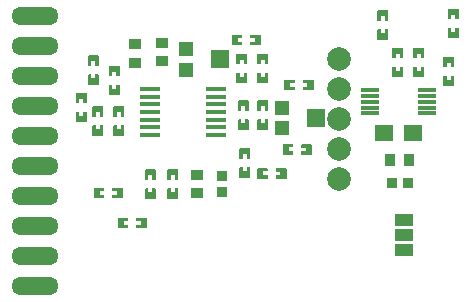
<source format=gbp>
G04 Layer: BottomPasteMaskLayer*
G04 EasyEDA v6.5.47, 2024-10-12 17:14:22*
G04 719fd9fe6d86445c93735ca12bf21bf7,a18d025d90d848418757c69f2d6d6cc0,10*
G04 Gerber Generator version 0.2*
G04 Scale: 100 percent, Rotated: No, Reflected: No *
G04 Dimensions in millimeters *
G04 leading zeros omitted , absolute positions ,4 integer and 5 decimal *
%FSLAX45Y45*%
%MOMM*%

%AMMACRO1*21,1,$1,$2,0,0,$3*%
%ADD10C,2.0015*%
%ADD11MACRO1,1X1.5X90.0000*%
%ADD12MACRO1,0.8128X1.0922X90.0000*%
%ADD13MACRO1,1.2X1.2X90.0000*%
%ADD14MACRO1,1.6X1.5X90.0000*%
%ADD15MACRO1,0.8128X1.0922X-90.0000*%
%ADD16MACRO1,0.4X1.7X90.0000*%
%ADD17MACRO1,0.8X0.9X-90.0000*%
%ADD18MACRO1,1.5X1.3589X0.0000*%
%ADD19MACRO1,0.8128X1.0922X0.0000*%
%ADD20MACRO1,0.8X0.9X0.0000*%
%ADD21MACRO1,1.5X0.3048X0.0000*%
%ADD22O,3.9999919999999998X1.499997*%
%ADD23O,0.0126X1.499997*%

%LPD*%
G36*
X3744620Y-529793D02*
G01*
X3739591Y-534822D01*
X3739591Y-614781D01*
X3744620Y-619810D01*
X3824579Y-619810D01*
X3829608Y-614781D01*
X3829608Y-534822D01*
X3824579Y-529793D01*
X3800398Y-529793D01*
X3800398Y-566826D01*
X3767378Y-566826D01*
X3767378Y-529793D01*
G37*
G36*
X3744620Y-370789D02*
G01*
X3739591Y-375818D01*
X3739591Y-455777D01*
X3744620Y-460806D01*
X3768801Y-460806D01*
X3768801Y-423773D01*
X3801821Y-423773D01*
X3801821Y-460806D01*
X3824579Y-460806D01*
X3829608Y-455777D01*
X3829608Y-375818D01*
X3824579Y-370789D01*
G37*
G36*
X744118Y-1885391D02*
G01*
X739089Y-1890420D01*
X739089Y-1970379D01*
X744118Y-1975408D01*
X824077Y-1975408D01*
X829106Y-1970379D01*
X829106Y-1946198D01*
X792073Y-1946198D01*
X792073Y-1913178D01*
X829106Y-1913178D01*
X829106Y-1890420D01*
X824077Y-1885391D01*
G37*
G36*
X903122Y-1885391D02*
G01*
X898093Y-1890420D01*
X898093Y-1914601D01*
X935126Y-1914601D01*
X935126Y-1947621D01*
X898093Y-1947621D01*
X898093Y-1970379D01*
X903122Y-1975408D01*
X983081Y-1975408D01*
X988110Y-1970379D01*
X988110Y-1890420D01*
X983081Y-1885391D01*
G37*
G36*
X1106322Y-2139391D02*
G01*
X1101293Y-2144420D01*
X1101293Y-2168601D01*
X1138326Y-2168601D01*
X1138326Y-2201621D01*
X1101293Y-2201621D01*
X1101293Y-2224379D01*
X1106322Y-2229408D01*
X1186281Y-2229408D01*
X1191310Y-2224379D01*
X1191310Y-2144420D01*
X1186281Y-2139391D01*
G37*
G36*
X947318Y-2139391D02*
G01*
X942289Y-2144420D01*
X942289Y-2224379D01*
X947318Y-2229408D01*
X1027277Y-2229408D01*
X1032306Y-2224379D01*
X1032306Y-2200198D01*
X995273Y-2200198D01*
X995273Y-2167178D01*
X1032306Y-2167178D01*
X1032306Y-2144420D01*
X1027277Y-2139391D01*
G37*
G36*
X874420Y-1012393D02*
G01*
X869391Y-1017422D01*
X869391Y-1097381D01*
X874420Y-1102410D01*
X954379Y-1102410D01*
X959408Y-1097381D01*
X959408Y-1017422D01*
X954379Y-1012393D01*
X930198Y-1012393D01*
X930198Y-1049426D01*
X897178Y-1049426D01*
X897178Y-1012393D01*
G37*
G36*
X874420Y-853389D02*
G01*
X869391Y-858418D01*
X869391Y-938377D01*
X874420Y-943406D01*
X898601Y-943406D01*
X898601Y-906373D01*
X931621Y-906373D01*
X931621Y-943406D01*
X954379Y-943406D01*
X959408Y-938377D01*
X959408Y-858418D01*
X954379Y-853389D01*
G37*
G36*
X696620Y-923493D02*
G01*
X691591Y-928522D01*
X691591Y-1008481D01*
X696620Y-1013510D01*
X776579Y-1013510D01*
X781608Y-1008481D01*
X781608Y-928522D01*
X776579Y-923493D01*
X752398Y-923493D01*
X752398Y-960526D01*
X719378Y-960526D01*
X719378Y-923493D01*
G37*
G36*
X696620Y-764489D02*
G01*
X691591Y-769518D01*
X691591Y-849477D01*
X696620Y-854506D01*
X720801Y-854506D01*
X720801Y-817473D01*
X753821Y-817473D01*
X753821Y-854506D01*
X776579Y-854506D01*
X781608Y-849477D01*
X781608Y-769518D01*
X776579Y-764489D01*
G37*
G36*
X734720Y-1196289D02*
G01*
X729691Y-1201318D01*
X729691Y-1281277D01*
X734720Y-1286306D01*
X758901Y-1286306D01*
X758901Y-1249273D01*
X791921Y-1249273D01*
X791921Y-1286306D01*
X814679Y-1286306D01*
X819708Y-1281277D01*
X819708Y-1201318D01*
X814679Y-1196289D01*
G37*
G36*
X734720Y-1355293D02*
G01*
X729691Y-1360322D01*
X729691Y-1440281D01*
X734720Y-1445310D01*
X814679Y-1445310D01*
X819708Y-1440281D01*
X819708Y-1360322D01*
X814679Y-1355293D01*
X790498Y-1355293D01*
X790498Y-1392326D01*
X757478Y-1392326D01*
X757478Y-1355293D01*
G37*
G36*
X912520Y-1196289D02*
G01*
X907491Y-1201318D01*
X907491Y-1281277D01*
X912520Y-1286306D01*
X936701Y-1286306D01*
X936701Y-1249273D01*
X969721Y-1249273D01*
X969721Y-1286306D01*
X992479Y-1286306D01*
X997508Y-1281277D01*
X997508Y-1201318D01*
X992479Y-1196289D01*
G37*
G36*
X912520Y-1355293D02*
G01*
X907491Y-1360322D01*
X907491Y-1440281D01*
X912520Y-1445310D01*
X992479Y-1445310D01*
X997508Y-1440281D01*
X997508Y-1360322D01*
X992479Y-1355293D01*
X968298Y-1355293D01*
X968298Y-1392326D01*
X935278Y-1392326D01*
X935278Y-1355293D01*
G37*
G36*
X595020Y-1081989D02*
G01*
X589991Y-1087018D01*
X589991Y-1166977D01*
X595020Y-1172006D01*
X619201Y-1172006D01*
X619201Y-1134973D01*
X652221Y-1134973D01*
X652221Y-1172006D01*
X674979Y-1172006D01*
X680008Y-1166977D01*
X680008Y-1087018D01*
X674979Y-1081989D01*
G37*
G36*
X595020Y-1240993D02*
G01*
X589991Y-1246022D01*
X589991Y-1325981D01*
X595020Y-1331010D01*
X674979Y-1331010D01*
X680008Y-1325981D01*
X680008Y-1246022D01*
X674979Y-1240993D01*
X650798Y-1240993D01*
X650798Y-1278026D01*
X617778Y-1278026D01*
X617778Y-1240993D01*
G37*
G36*
X1179220Y-1888693D02*
G01*
X1174191Y-1893722D01*
X1174191Y-1973681D01*
X1179220Y-1978710D01*
X1259179Y-1978710D01*
X1264208Y-1973681D01*
X1264208Y-1893722D01*
X1259179Y-1888693D01*
X1234998Y-1888693D01*
X1234998Y-1925726D01*
X1201978Y-1925726D01*
X1201978Y-1888693D01*
G37*
G36*
X1179220Y-1729689D02*
G01*
X1174191Y-1734718D01*
X1174191Y-1814677D01*
X1179220Y-1819706D01*
X1203401Y-1819706D01*
X1203401Y-1782673D01*
X1236421Y-1782673D01*
X1236421Y-1819706D01*
X1259179Y-1819706D01*
X1264208Y-1814677D01*
X1264208Y-1734718D01*
X1259179Y-1729689D01*
G37*
G36*
X1369720Y-1729689D02*
G01*
X1364691Y-1734718D01*
X1364691Y-1814677D01*
X1369720Y-1819706D01*
X1393901Y-1819706D01*
X1393901Y-1782673D01*
X1426921Y-1782673D01*
X1426921Y-1819706D01*
X1449679Y-1819706D01*
X1454708Y-1814677D01*
X1454708Y-1734718D01*
X1449679Y-1729689D01*
G37*
G36*
X1369720Y-1888693D02*
G01*
X1364691Y-1893722D01*
X1364691Y-1973681D01*
X1369720Y-1978710D01*
X1449679Y-1978710D01*
X1454708Y-1973681D01*
X1454708Y-1893722D01*
X1449679Y-1888693D01*
X1425498Y-1888693D01*
X1425498Y-1925726D01*
X1392478Y-1925726D01*
X1392478Y-1888693D01*
G37*
G36*
X1966620Y-1304493D02*
G01*
X1961591Y-1309522D01*
X1961591Y-1389481D01*
X1966620Y-1394510D01*
X2046579Y-1394510D01*
X2051608Y-1389481D01*
X2051608Y-1309522D01*
X2046579Y-1304493D01*
X2022398Y-1304493D01*
X2022398Y-1341526D01*
X1989378Y-1341526D01*
X1989378Y-1304493D01*
G37*
G36*
X1966620Y-1145489D02*
G01*
X1961591Y-1150518D01*
X1961591Y-1230477D01*
X1966620Y-1235506D01*
X1990801Y-1235506D01*
X1990801Y-1198473D01*
X2023821Y-1198473D01*
X2023821Y-1235506D01*
X2046579Y-1235506D01*
X2051608Y-1230477D01*
X2051608Y-1150518D01*
X2046579Y-1145489D01*
G37*
G36*
X2131720Y-1145489D02*
G01*
X2126691Y-1150518D01*
X2126691Y-1230477D01*
X2131720Y-1235506D01*
X2155901Y-1235506D01*
X2155901Y-1198473D01*
X2188921Y-1198473D01*
X2188921Y-1235506D01*
X2211679Y-1235506D01*
X2216708Y-1230477D01*
X2216708Y-1150518D01*
X2211679Y-1145489D01*
G37*
G36*
X2131720Y-1304493D02*
G01*
X2126691Y-1309522D01*
X2126691Y-1389481D01*
X2131720Y-1394510D01*
X2211679Y-1394510D01*
X2216708Y-1389481D01*
X2216708Y-1309522D01*
X2211679Y-1304493D01*
X2187498Y-1304493D01*
X2187498Y-1341526D01*
X2154478Y-1341526D01*
X2154478Y-1304493D01*
G37*
G36*
X1912518Y-589991D02*
G01*
X1907489Y-595020D01*
X1907489Y-674979D01*
X1912518Y-680008D01*
X1992477Y-680008D01*
X1997506Y-674979D01*
X1997506Y-650798D01*
X1960524Y-650798D01*
X1960524Y-617778D01*
X1997506Y-617778D01*
X1997506Y-595020D01*
X1992477Y-589991D01*
G37*
G36*
X2071522Y-589991D02*
G01*
X2066493Y-595020D01*
X2066493Y-619201D01*
X2103475Y-619201D01*
X2103475Y-652221D01*
X2066493Y-652221D01*
X2066493Y-674979D01*
X2071522Y-680008D01*
X2151481Y-680008D01*
X2156510Y-674979D01*
X2156510Y-595020D01*
X2151481Y-589991D01*
G37*
G36*
X2131720Y-751789D02*
G01*
X2126691Y-756818D01*
X2126691Y-836777D01*
X2131720Y-841806D01*
X2155901Y-841806D01*
X2155901Y-804773D01*
X2188921Y-804773D01*
X2188921Y-841806D01*
X2211679Y-841806D01*
X2216708Y-836777D01*
X2216708Y-756818D01*
X2211679Y-751789D01*
G37*
G36*
X2131720Y-910793D02*
G01*
X2126691Y-915822D01*
X2126691Y-995781D01*
X2131720Y-1000810D01*
X2211679Y-1000810D01*
X2216708Y-995781D01*
X2216708Y-915822D01*
X2211679Y-910793D01*
X2187498Y-910793D01*
X2187498Y-947826D01*
X2154478Y-947826D01*
X2154478Y-910793D01*
G37*
G36*
X1953920Y-751789D02*
G01*
X1948891Y-756818D01*
X1948891Y-836777D01*
X1953920Y-841806D01*
X1978101Y-841806D01*
X1978101Y-804773D01*
X2011121Y-804773D01*
X2011121Y-841806D01*
X2033879Y-841806D01*
X2038908Y-836777D01*
X2038908Y-756818D01*
X2033879Y-751789D01*
G37*
G36*
X1953920Y-910793D02*
G01*
X1948891Y-915822D01*
X1948891Y-995781D01*
X1953920Y-1000810D01*
X2033879Y-1000810D01*
X2038908Y-995781D01*
X2038908Y-915822D01*
X2033879Y-910793D01*
X2009698Y-910793D01*
X2009698Y-947826D01*
X1976678Y-947826D01*
X1976678Y-910793D01*
G37*
G36*
X2128418Y-1720291D02*
G01*
X2123389Y-1725320D01*
X2123389Y-1805279D01*
X2128418Y-1810308D01*
X2208377Y-1810308D01*
X2213406Y-1805279D01*
X2213406Y-1781098D01*
X2176424Y-1781098D01*
X2176424Y-1748078D01*
X2213406Y-1748078D01*
X2213406Y-1725320D01*
X2208377Y-1720291D01*
G37*
G36*
X2287422Y-1720291D02*
G01*
X2282393Y-1725320D01*
X2282393Y-1749501D01*
X2319375Y-1749501D01*
X2319375Y-1782521D01*
X2282393Y-1782521D01*
X2282393Y-1805279D01*
X2287422Y-1810308D01*
X2367381Y-1810308D01*
X2372410Y-1805279D01*
X2372410Y-1725320D01*
X2367381Y-1720291D01*
G37*
G36*
X1979320Y-1710893D02*
G01*
X1974291Y-1715922D01*
X1974291Y-1795881D01*
X1979320Y-1800910D01*
X2059279Y-1800910D01*
X2064308Y-1795881D01*
X2064308Y-1715922D01*
X2059279Y-1710893D01*
X2035098Y-1710893D01*
X2035098Y-1747926D01*
X2002078Y-1747926D01*
X2002078Y-1710893D01*
G37*
G36*
X1979320Y-1551889D02*
G01*
X1974291Y-1556918D01*
X1974291Y-1636877D01*
X1979320Y-1641906D01*
X2003501Y-1641906D01*
X2003501Y-1604873D01*
X2036521Y-1604873D01*
X2036521Y-1641906D01*
X2059279Y-1641906D01*
X2064308Y-1636877D01*
X2064308Y-1556918D01*
X2059279Y-1551889D01*
G37*
G36*
X2344318Y-1517091D02*
G01*
X2339289Y-1522120D01*
X2339289Y-1602079D01*
X2344318Y-1607108D01*
X2424277Y-1607108D01*
X2429306Y-1602079D01*
X2429306Y-1577898D01*
X2392324Y-1577898D01*
X2392324Y-1544878D01*
X2429306Y-1544878D01*
X2429306Y-1522120D01*
X2424277Y-1517091D01*
G37*
G36*
X2503322Y-1517091D02*
G01*
X2498293Y-1522120D01*
X2498293Y-1546301D01*
X2535275Y-1546301D01*
X2535275Y-1579321D01*
X2498293Y-1579321D01*
X2498293Y-1602079D01*
X2503322Y-1607108D01*
X2583281Y-1607108D01*
X2588310Y-1602079D01*
X2588310Y-1522120D01*
X2583281Y-1517091D01*
G37*
G36*
X2516022Y-970991D02*
G01*
X2510993Y-976020D01*
X2510993Y-1000201D01*
X2547975Y-1000201D01*
X2547975Y-1033221D01*
X2510993Y-1033221D01*
X2510993Y-1055979D01*
X2516022Y-1061008D01*
X2595981Y-1061008D01*
X2601010Y-1055979D01*
X2601010Y-976020D01*
X2595981Y-970991D01*
G37*
G36*
X2357018Y-970991D02*
G01*
X2351989Y-976020D01*
X2351989Y-1055979D01*
X2357018Y-1061008D01*
X2436977Y-1061008D01*
X2442006Y-1055979D01*
X2442006Y-1031798D01*
X2405024Y-1031798D01*
X2405024Y-998778D01*
X2442006Y-998778D01*
X2442006Y-976020D01*
X2436977Y-970991D01*
G37*
G36*
X3706520Y-936193D02*
G01*
X3701491Y-941222D01*
X3701491Y-1021181D01*
X3706520Y-1026210D01*
X3786479Y-1026210D01*
X3791508Y-1021181D01*
X3791508Y-941222D01*
X3786479Y-936193D01*
X3762298Y-936193D01*
X3762298Y-973226D01*
X3729278Y-973226D01*
X3729278Y-936193D01*
G37*
G36*
X3706520Y-777189D02*
G01*
X3701491Y-782218D01*
X3701491Y-862177D01*
X3706520Y-867206D01*
X3730701Y-867206D01*
X3730701Y-830173D01*
X3763721Y-830173D01*
X3763721Y-867206D01*
X3786479Y-867206D01*
X3791508Y-862177D01*
X3791508Y-782218D01*
X3786479Y-777189D01*
G37*
G36*
X3452520Y-700989D02*
G01*
X3447491Y-706018D01*
X3447491Y-785977D01*
X3452520Y-791006D01*
X3476701Y-791006D01*
X3476701Y-753973D01*
X3509721Y-753973D01*
X3509721Y-791006D01*
X3532479Y-791006D01*
X3537508Y-785977D01*
X3537508Y-706018D01*
X3532479Y-700989D01*
G37*
G36*
X3452520Y-859993D02*
G01*
X3447491Y-865022D01*
X3447491Y-944981D01*
X3452520Y-950010D01*
X3532479Y-950010D01*
X3537508Y-944981D01*
X3537508Y-865022D01*
X3532479Y-859993D01*
X3508298Y-859993D01*
X3508298Y-897026D01*
X3475278Y-897026D01*
X3475278Y-859993D01*
G37*
G36*
X3274720Y-700989D02*
G01*
X3269691Y-706018D01*
X3269691Y-785977D01*
X3274720Y-791006D01*
X3298901Y-791006D01*
X3298901Y-753973D01*
X3331921Y-753973D01*
X3331921Y-791006D01*
X3354679Y-791006D01*
X3359708Y-785977D01*
X3359708Y-706018D01*
X3354679Y-700989D01*
G37*
G36*
X3274720Y-859993D02*
G01*
X3269691Y-865022D01*
X3269691Y-944981D01*
X3274720Y-950010D01*
X3354679Y-950010D01*
X3359708Y-944981D01*
X3359708Y-865022D01*
X3354679Y-859993D01*
X3330498Y-859993D01*
X3330498Y-897026D01*
X3297478Y-897026D01*
X3297478Y-859993D01*
G37*
G36*
X3147720Y-383489D02*
G01*
X3142691Y-388518D01*
X3142691Y-468477D01*
X3147720Y-473506D01*
X3171901Y-473506D01*
X3171901Y-436473D01*
X3204921Y-436473D01*
X3204921Y-473506D01*
X3227679Y-473506D01*
X3232708Y-468477D01*
X3232708Y-388518D01*
X3227679Y-383489D01*
G37*
G36*
X3147720Y-542493D02*
G01*
X3142691Y-547522D01*
X3142691Y-627481D01*
X3147720Y-632510D01*
X3227679Y-632510D01*
X3232708Y-627481D01*
X3232708Y-547522D01*
X3227679Y-542493D01*
X3203498Y-542493D01*
X3203498Y-579526D01*
X3170478Y-579526D01*
X3170478Y-542493D01*
G37*
D10*
G01*
X2819400Y-800100D03*
G01*
X2819400Y-1054100D03*
G01*
X2819400Y-1308100D03*
G01*
X2819400Y-1562100D03*
G01*
X2819400Y-1816100D03*
D11*
G01*
X3365500Y-2286000D03*
G01*
X3365500Y-2159000D03*
G01*
X3365500Y-2413000D03*
D12*
G01*
X1092200Y-828039D03*
G01*
X1092200Y-670560D03*
D13*
G01*
X1522158Y-888037D03*
D14*
G01*
X1805247Y-799210D03*
D13*
G01*
X1522158Y-712162D03*
D15*
G01*
X1320800Y-657860D03*
G01*
X1320800Y-815339D03*
D13*
G01*
X2334958Y-1383337D03*
D14*
G01*
X2618047Y-1294510D03*
D13*
G01*
X2334958Y-1207462D03*
D16*
G01*
X1218590Y-1439595D03*
G01*
X1218590Y-1374597D03*
G01*
X1218590Y-1309598D03*
G01*
X1218590Y-1244600D03*
G01*
X1218590Y-1179601D03*
G01*
X1218590Y-1114602D03*
G01*
X1218590Y-1049604D03*
G01*
X1778609Y-1049604D03*
G01*
X1778609Y-1114602D03*
G01*
X1778609Y-1179601D03*
G01*
X1778609Y-1244600D03*
G01*
X1778609Y-1309598D03*
G01*
X1778609Y-1374597D03*
G01*
X1778609Y-1439595D03*
D17*
G01*
X1828800Y-1924199D03*
G01*
X1828800Y-1784200D03*
D12*
G01*
X1612900Y-1932939D03*
G01*
X1612900Y-1775460D03*
D18*
G01*
X3440475Y-1424376D03*
G01*
X3200477Y-1424376D03*
D19*
G01*
X3248660Y-1651000D03*
G01*
X3406139Y-1651000D03*
D20*
G01*
X3263176Y-1843476D03*
G01*
X3403175Y-1843476D03*
D21*
G01*
X3565585Y-1057676D03*
G01*
X3565585Y-1107688D03*
G01*
X3565585Y-1157676D03*
G01*
X3565585Y-1207688D03*
G01*
X3565585Y-1257675D03*
G01*
X3075365Y-1257675D03*
G01*
X3075365Y-1207688D03*
G01*
X3075365Y-1157676D03*
G01*
X3075365Y-1107688D03*
G01*
X3075365Y-1057676D03*
D22*
G01*
X241300Y-2717800D03*
G01*
X241300Y-2463800D03*
G01*
X241300Y-2209800D03*
G01*
X241300Y-1955800D03*
G01*
X241300Y-1701800D03*
G01*
X241300Y-1447800D03*
G01*
X241300Y-1193800D03*
G01*
X241300Y-939800D03*
G01*
X241300Y-685800D03*
G01*
X241300Y-431800D03*
M02*

</source>
